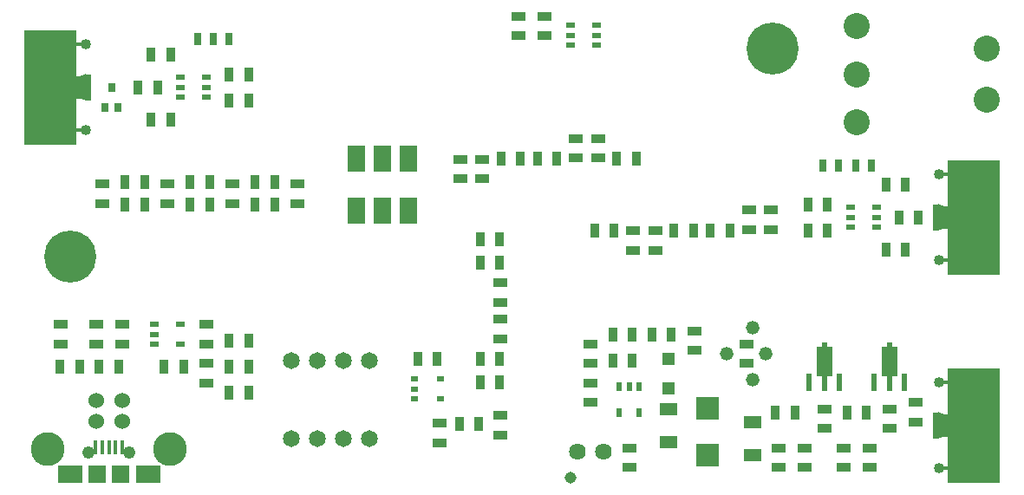
<source format=gts>
G04 (created by PCBNEW-RS274X (2011-12-28 BZR 3254)-stable) date 9/2/2012 2:21:17 PM*
G01*
G70*
G90*
%MOIN*%
G04 Gerber Fmt 3.4, Leading zero omitted, Abs format*
%FSLAX34Y34*%
G04 APERTURE LIST*
%ADD10C,0.006000*%
%ADD11R,0.020000X0.103000*%
%ADD12R,0.040000X0.018000*%
%ADD13C,0.040000*%
%ADD14R,0.230000X0.090000*%
%ADD15R,0.200000X0.120000*%
%ADD16R,0.200000X0.440000*%
%ADD17R,0.025000X0.045000*%
%ADD18R,0.030000X0.020000*%
%ADD19C,0.065000*%
%ADD20R,0.024000X0.035000*%
%ADD21R,0.035000X0.024000*%
%ADD22R,0.047200X0.047200*%
%ADD23R,0.022000X0.086600*%
%ADD24R,0.022000X0.066900*%
%ADD25R,0.059100X0.118100*%
%ADD26R,0.040000X0.100000*%
%ADD27R,0.055100X0.035400*%
%ADD28R,0.055100X0.035000*%
%ADD29R,0.070900X0.047200*%
%ADD30R,0.015700X0.053100*%
%ADD31R,0.094500X0.066000*%
%ADD32R,0.070900X0.066000*%
%ADD33C,0.048000*%
%ADD34C,0.060000*%
%ADD35C,0.130000*%
%ADD36R,0.027600X0.035400*%
%ADD37C,0.200000*%
%ADD38R,0.035400X0.055100*%
%ADD39R,0.035000X0.055100*%
%ADD40R,0.065000X0.100000*%
%ADD41C,0.045000*%
%ADD42R,0.090000X0.090000*%
%ADD43C,0.064000*%
%ADD44C,0.052000*%
%ADD45C,0.100000*%
G04 APERTURE END LIST*
G54D10*
G54D11*
X12726Y-13500D03*
G54D10*
G36*
X12628Y-14015D02*
X12372Y-13915D01*
X12372Y-13085D01*
X12628Y-12985D01*
X12628Y-14015D01*
X12628Y-14015D01*
G37*
G54D12*
X12350Y-15150D03*
G54D13*
X12600Y-15150D03*
G54D14*
X11400Y-13500D03*
G54D15*
X11250Y-15000D03*
X11250Y-12000D03*
G54D13*
X12600Y-11850D03*
G54D12*
X12350Y-11850D03*
G54D16*
X11250Y-13500D03*
G54D17*
X17500Y-11650D03*
X18100Y-11650D03*
X16900Y-11650D03*
G54D11*
X45274Y-18500D03*
G54D10*
G36*
X45372Y-17985D02*
X45628Y-18085D01*
X45628Y-18915D01*
X45372Y-19015D01*
X45372Y-17985D01*
X45372Y-17985D01*
G37*
G54D12*
X45650Y-16850D03*
G54D13*
X45400Y-16850D03*
G54D14*
X46600Y-18500D03*
G54D15*
X46750Y-17000D03*
X46750Y-20000D03*
G54D13*
X45400Y-20150D03*
G54D12*
X45650Y-20150D03*
G54D16*
X46750Y-18500D03*
G54D11*
X45274Y-26500D03*
G54D10*
G36*
X45372Y-25985D02*
X45628Y-26085D01*
X45628Y-26915D01*
X45372Y-27015D01*
X45372Y-25985D01*
X45372Y-25985D01*
G37*
G54D12*
X45650Y-24850D03*
G54D13*
X45400Y-24850D03*
G54D14*
X46600Y-26500D03*
G54D15*
X46750Y-25000D03*
X46750Y-28000D03*
G54D13*
X45400Y-28150D03*
G54D12*
X45650Y-28150D03*
G54D16*
X46750Y-26500D03*
G54D18*
X25250Y-24725D03*
X25250Y-25475D03*
X26250Y-24725D03*
X25250Y-25100D03*
X26250Y-25475D03*
G54D19*
X20500Y-27000D03*
X23500Y-27000D03*
X23500Y-24000D03*
X20500Y-24000D03*
X21500Y-27000D03*
X22500Y-27000D03*
X22500Y-24000D03*
X21500Y-24000D03*
G54D20*
X33875Y-26000D03*
X33125Y-26000D03*
X33125Y-25000D03*
X33500Y-25000D03*
X33875Y-25000D03*
G54D21*
X16250Y-22625D03*
X16250Y-23375D03*
X15250Y-23375D03*
X15250Y-23000D03*
X15250Y-22625D03*
X31250Y-11875D03*
X31250Y-11125D03*
X32250Y-11125D03*
X32250Y-11500D03*
X32250Y-11875D03*
X31250Y-11500D03*
X43000Y-18125D03*
X43000Y-18875D03*
X42000Y-18875D03*
X42000Y-18500D03*
X42000Y-18125D03*
X43000Y-18500D03*
X16250Y-13875D03*
X16250Y-13125D03*
X17250Y-13125D03*
X17250Y-13500D03*
X17250Y-13875D03*
X16250Y-13500D03*
G54D22*
X35000Y-23929D03*
X35000Y-25071D03*
G54D23*
X43500Y-23758D03*
G54D24*
X42909Y-24841D03*
G54D23*
X43500Y-24742D03*
G54D24*
X44091Y-24841D03*
G54D25*
X43500Y-24053D03*
G54D26*
X43500Y-24050D03*
G54D23*
X41000Y-23758D03*
G54D24*
X40409Y-24841D03*
G54D23*
X41000Y-24742D03*
G54D24*
X41591Y-24841D03*
G54D25*
X41000Y-24053D03*
G54D26*
X41000Y-24050D03*
G54D27*
X32000Y-23376D03*
G54D28*
X32000Y-24124D03*
G54D27*
X11650Y-22626D03*
G54D28*
X11650Y-23374D03*
G54D29*
X35000Y-27130D03*
X35000Y-25870D03*
G54D30*
X13500Y-27350D03*
X13244Y-27350D03*
X13756Y-27350D03*
X12988Y-27350D03*
X14012Y-27350D03*
G54D31*
X12004Y-28393D03*
X14996Y-28393D03*
G54D32*
X13047Y-28393D03*
X13953Y-28393D03*
G54D33*
X12713Y-27547D03*
X14287Y-27547D03*
G54D34*
X14000Y-25550D03*
X13000Y-25550D03*
X13000Y-26337D03*
X14000Y-26337D03*
G54D35*
X15862Y-27400D03*
X11138Y-27400D03*
G54D27*
X13250Y-17974D03*
G54D28*
X13250Y-17226D03*
G54D36*
X13856Y-14274D03*
X13344Y-14274D03*
X13600Y-13526D03*
G54D37*
X39000Y-12000D03*
X12000Y-20000D03*
G54D27*
X13000Y-23374D03*
G54D28*
X13000Y-22626D03*
G54D38*
X18874Y-25250D03*
G54D39*
X18126Y-25250D03*
G54D38*
X18874Y-24250D03*
G54D39*
X18126Y-24250D03*
G54D38*
X14126Y-17150D03*
G54D39*
X14874Y-17150D03*
G54D27*
X15750Y-17974D03*
G54D28*
X15750Y-17226D03*
G54D38*
X16626Y-17150D03*
G54D39*
X17374Y-17150D03*
G54D27*
X14000Y-23374D03*
G54D28*
X14000Y-22626D03*
G54D27*
X18250Y-17974D03*
G54D28*
X18250Y-17226D03*
G54D38*
X19126Y-17150D03*
G54D39*
X19874Y-17150D03*
G54D27*
X20750Y-17974D03*
G54D28*
X20750Y-17226D03*
G54D38*
X16374Y-24250D03*
G54D39*
X15626Y-24250D03*
G54D27*
X27850Y-16276D03*
G54D28*
X27850Y-17024D03*
G54D38*
X28576Y-16250D03*
G54D39*
X29324Y-16250D03*
G54D27*
X31450Y-16224D03*
G54D28*
X31450Y-15476D03*
G54D38*
X33026Y-16250D03*
G54D39*
X33774Y-16250D03*
G54D27*
X33650Y-19026D03*
G54D28*
X33650Y-19774D03*
G54D38*
X35226Y-19000D03*
G54D39*
X35974Y-19000D03*
G54D27*
X38100Y-18974D03*
G54D28*
X38100Y-18226D03*
G54D38*
X13874Y-24250D03*
G54D39*
X13126Y-24250D03*
G54D38*
X28524Y-23950D03*
G54D39*
X27776Y-23950D03*
G54D38*
X14874Y-18000D03*
G54D39*
X14126Y-18000D03*
G54D38*
X17374Y-18000D03*
G54D39*
X16626Y-18000D03*
G54D38*
X19874Y-18000D03*
G54D39*
X19126Y-18000D03*
G54D27*
X28550Y-21026D03*
G54D28*
X28550Y-21774D03*
G54D27*
X27000Y-16276D03*
G54D28*
X27000Y-17024D03*
G54D38*
X30724Y-16250D03*
G54D39*
X29976Y-16250D03*
G54D27*
X32300Y-16224D03*
G54D28*
X32300Y-15476D03*
G54D38*
X32924Y-19000D03*
G54D39*
X32176Y-19000D03*
G54D27*
X34500Y-19026D03*
G54D28*
X34500Y-19774D03*
G54D38*
X37374Y-19000D03*
G54D39*
X36626Y-19000D03*
G54D27*
X38950Y-18974D03*
G54D28*
X38950Y-18226D03*
G54D27*
X17250Y-23374D03*
G54D28*
X17250Y-22626D03*
G54D27*
X17250Y-24874D03*
G54D28*
X17250Y-24126D03*
G54D38*
X11626Y-24250D03*
G54D39*
X12374Y-24250D03*
G54D38*
X18874Y-23250D03*
G54D39*
X18126Y-23250D03*
G54D40*
X25000Y-16250D03*
X24000Y-16250D03*
X23000Y-16250D03*
X23000Y-18250D03*
X24000Y-18250D03*
X25000Y-18250D03*
G54D41*
X31250Y-28500D03*
G54D27*
X28550Y-23174D03*
G54D28*
X28550Y-22426D03*
G54D38*
X28524Y-19350D03*
G54D39*
X27776Y-19350D03*
G54D38*
X28524Y-20250D03*
G54D39*
X27776Y-20250D03*
G54D38*
X28524Y-24850D03*
G54D39*
X27776Y-24850D03*
G54D42*
X36500Y-25850D03*
X36500Y-27650D03*
G54D43*
X32500Y-27500D03*
X31500Y-27500D03*
G54D27*
X33500Y-27376D03*
G54D28*
X33500Y-28124D03*
G54D38*
X41876Y-26000D03*
G54D39*
X42624Y-26000D03*
G54D27*
X39250Y-27376D03*
G54D28*
X39250Y-28124D03*
G54D38*
X39126Y-26000D03*
G54D39*
X39874Y-26000D03*
G54D27*
X41750Y-27376D03*
G54D28*
X41750Y-28124D03*
G54D27*
X41000Y-26624D03*
G54D28*
X41000Y-25876D03*
G54D27*
X38000Y-24124D03*
G54D28*
X38000Y-23376D03*
G54D27*
X36000Y-23624D03*
G54D28*
X36000Y-22876D03*
G54D27*
X43500Y-26624D03*
G54D28*
X43500Y-25876D03*
G54D38*
X33624Y-24000D03*
G54D39*
X32876Y-24000D03*
G54D38*
X34376Y-23000D03*
G54D39*
X35124Y-23000D03*
G54D38*
X32876Y-23000D03*
G54D39*
X33624Y-23000D03*
G54D27*
X44500Y-25626D03*
G54D28*
X44500Y-26374D03*
G54D27*
X40250Y-27376D03*
G54D28*
X40250Y-28124D03*
G54D27*
X42750Y-27376D03*
G54D28*
X42750Y-28124D03*
G54D29*
X38250Y-27630D03*
X38250Y-26370D03*
G54D27*
X32000Y-24876D03*
G54D28*
X32000Y-25624D03*
G54D44*
X38250Y-24750D03*
X38250Y-22750D03*
X37250Y-23750D03*
X38750Y-23750D03*
G54D38*
X15874Y-12250D03*
G54D39*
X15126Y-12250D03*
G54D38*
X15874Y-14750D03*
G54D39*
X15126Y-14750D03*
G54D38*
X18126Y-14000D03*
G54D39*
X18874Y-14000D03*
G54D38*
X18126Y-13000D03*
G54D39*
X18874Y-13000D03*
G54D27*
X29250Y-11524D03*
G54D28*
X29250Y-10776D03*
G54D27*
X30250Y-11524D03*
G54D28*
X30250Y-10776D03*
G54D38*
X40376Y-18000D03*
G54D39*
X41124Y-18000D03*
G54D38*
X40376Y-19000D03*
G54D39*
X41124Y-19000D03*
G54D38*
X43376Y-17250D03*
G54D39*
X44124Y-17250D03*
G54D38*
X43376Y-19750D03*
G54D39*
X44124Y-19750D03*
G54D38*
X43876Y-18500D03*
G54D39*
X44624Y-18500D03*
G54D38*
X14626Y-13500D03*
G54D39*
X15374Y-13500D03*
G54D45*
X47250Y-12016D03*
X47250Y-13984D03*
X42250Y-11150D03*
X42250Y-13000D03*
X42250Y-14850D03*
G54D17*
X40950Y-16500D03*
X41550Y-16500D03*
X42200Y-16500D03*
X42800Y-16500D03*
G54D27*
X26200Y-27174D03*
G54D28*
X26200Y-26426D03*
G54D27*
X28550Y-26874D03*
G54D28*
X28550Y-26126D03*
G54D38*
X27724Y-26450D03*
G54D39*
X26976Y-26450D03*
G54D38*
X26124Y-23950D03*
G54D39*
X25376Y-23950D03*
M02*

</source>
